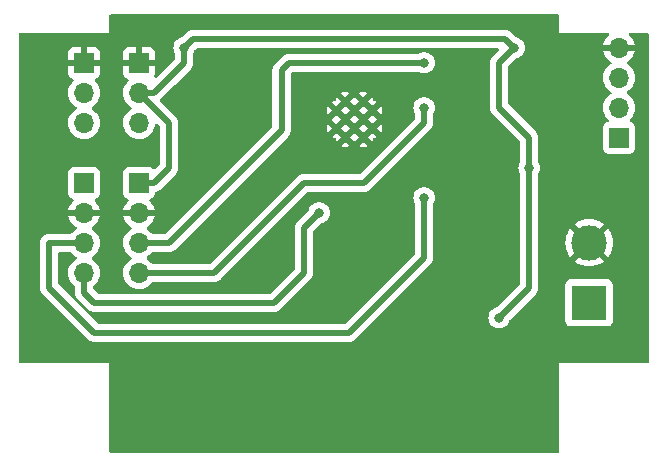
<source format=gbr>
%TF.GenerationSoftware,KiCad,Pcbnew,7.0.9*%
%TF.CreationDate,2024-03-19T08:45:44+01:00*%
%TF.ProjectId,soil_moister_air,736f696c-5f6d-46f6-9973-7465725f6169,rev?*%
%TF.SameCoordinates,Original*%
%TF.FileFunction,Copper,L2,Bot*%
%TF.FilePolarity,Positive*%
%FSLAX46Y46*%
G04 Gerber Fmt 4.6, Leading zero omitted, Abs format (unit mm)*
G04 Created by KiCad (PCBNEW 7.0.9) date 2024-03-19 08:45:44*
%MOMM*%
%LPD*%
G01*
G04 APERTURE LIST*
%TA.AperFunction,ComponentPad*%
%ADD10R,1.700000X1.700000*%
%TD*%
%TA.AperFunction,ComponentPad*%
%ADD11O,1.700000X1.700000*%
%TD*%
%TA.AperFunction,ComponentPad*%
%ADD12R,3.000000X3.000000*%
%TD*%
%TA.AperFunction,ComponentPad*%
%ADD13C,3.000000*%
%TD*%
%TA.AperFunction,HeatsinkPad*%
%ADD14C,0.600000*%
%TD*%
%TA.AperFunction,ViaPad*%
%ADD15C,0.800000*%
%TD*%
%TA.AperFunction,Conductor*%
%ADD16C,0.533400*%
%TD*%
G04 APERTURE END LIST*
D10*
%TO.P,J4,1,Pin_1*%
%TO.N,GND*%
X123190000Y-87645000D03*
D11*
%TO.P,J4,2,Pin_2*%
%TO.N,+3V3*%
X123190000Y-90185000D03*
%TO.P,J4,3,Pin_3*%
%TO.N,GPIO34*%
X123190000Y-92725000D03*
%TD*%
D12*
%TO.P,J5,1,Pin_1*%
%TO.N,+5V*%
X161290000Y-107950000D03*
D13*
%TO.P,J5,2,Pin_2*%
%TO.N,GND*%
X161290000Y-102870000D03*
%TD*%
D14*
%TO.P,U1,39,GND*%
%TO.N,GND*%
X139895000Y-91667500D03*
X139895000Y-93192500D03*
X140657500Y-90905000D03*
X140657500Y-92430000D03*
X140657500Y-93955000D03*
X141420000Y-91667500D03*
X141420000Y-93192500D03*
X142182500Y-90905000D03*
X142182500Y-92430000D03*
X142182500Y-93955000D03*
X142945000Y-91667500D03*
X142945000Y-93192500D03*
%TD*%
D10*
%TO.P,J1,1,Pin_1*%
%TO.N,+3V3*%
X118540000Y-97800000D03*
D11*
%TO.P,J1,2,Pin_2*%
%TO.N,GND*%
X118540000Y-100340000D03*
%TO.P,J1,3,Pin_3*%
%TO.N,SCL2*%
X118540000Y-102880000D03*
%TO.P,J1,4,Pin_4*%
%TO.N,SDA2*%
X118540000Y-105420000D03*
%TD*%
D10*
%TO.P,J2,1,Pin_1*%
%TO.N,+3V3*%
X123190000Y-97800000D03*
D11*
%TO.P,J2,2,Pin_2*%
%TO.N,GND*%
X123190000Y-100340000D03*
%TO.P,J2,3,Pin_3*%
%TO.N,SCL1*%
X123190000Y-102880000D03*
%TO.P,J2,4,Pin_4*%
%TO.N,SDA1*%
X123190000Y-105420000D03*
%TD*%
D10*
%TO.P,J6,1,Pin_1*%
%TO.N,+3V3*%
X163830000Y-93980000D03*
D11*
%TO.P,J6,2,Pin_2*%
%TO.N,RX0*%
X163830000Y-91440000D03*
%TO.P,J6,3,Pin_3*%
%TO.N,TX0*%
X163830000Y-88900000D03*
%TO.P,J6,4,Pin_4*%
%TO.N,GND*%
X163830000Y-86360000D03*
%TD*%
D10*
%TO.P,J3,1,Pin_1*%
%TO.N,GND*%
X118540000Y-87645000D03*
D11*
%TO.P,J3,2,Pin_2*%
%TO.N,+3V3*%
X118540000Y-90185000D03*
%TO.P,J3,3,Pin_3*%
%TO.N,GPIO32*%
X118540000Y-92725000D03*
%TD*%
D15*
%TO.N,GND*%
X149860000Y-113030000D03*
X125730000Y-85090000D03*
X130810000Y-118110000D03*
X161290000Y-111760000D03*
X157480000Y-118110000D03*
%TO.N,+3V3*%
X153670000Y-109220000D03*
X127000000Y-86360000D03*
X154940000Y-86360000D03*
X156210000Y-96520000D03*
%TO.N,SCL2*%
X147320000Y-99060000D03*
%TO.N,SDA2*%
X138430000Y-100330000D03*
%TO.N,GND*%
X142240000Y-100330000D03*
X123190000Y-115570000D03*
X137160000Y-95250000D03*
X120650000Y-92710000D03*
X137160000Y-90170000D03*
X160020000Y-99060000D03*
X140970000Y-113030000D03*
X115570000Y-95250000D03*
X144780000Y-90170000D03*
X138430000Y-116840000D03*
X152400000Y-99060000D03*
X157480000Y-85090000D03*
X116840000Y-111760000D03*
X158750000Y-93980000D03*
X129540000Y-102870000D03*
X153670000Y-93980000D03*
X152400000Y-104140000D03*
X148590000Y-95250000D03*
X144780000Y-99060000D03*
X158750000Y-90170000D03*
%TO.N,SCL1*%
X147320000Y-87630000D03*
%TO.N,SDA1*%
X147320000Y-91440000D03*
%TD*%
D16*
%TO.N,+3V3*%
X124445000Y-90185000D02*
X123190000Y-90185000D01*
X124450000Y-97800000D02*
X123190000Y-97800000D01*
X127000000Y-87630000D02*
X124445000Y-90185000D01*
X153670000Y-91440000D02*
X153670000Y-87630000D01*
X127725000Y-85635000D02*
X154215000Y-85635000D01*
X127000000Y-86360000D02*
X127000000Y-87630000D01*
X153670000Y-87630000D02*
X154940000Y-86360000D01*
X125730000Y-96520000D02*
X125730000Y-92725000D01*
X127000000Y-86360000D02*
X127725000Y-85635000D01*
X125730000Y-92725000D02*
X123190000Y-90185000D01*
X125730000Y-96520000D02*
X124450000Y-97800000D01*
X154215000Y-85635000D02*
X154940000Y-86360000D01*
X153670000Y-109220000D02*
X156210000Y-106680000D01*
X156210000Y-93980000D02*
X153670000Y-91440000D01*
X156210000Y-96520000D02*
X156210000Y-93980000D01*
X156210000Y-106680000D02*
X156210000Y-96520000D01*
%TO.N,SCL2*%
X115570000Y-106680000D02*
X119380000Y-110490000D01*
X115570000Y-102870000D02*
X115570000Y-106680000D01*
X147320000Y-104140000D02*
X147320000Y-99060000D01*
X115580000Y-102880000D02*
X115570000Y-102870000D01*
X118540000Y-102880000D02*
X115580000Y-102880000D01*
X119380000Y-110490000D02*
X140970000Y-110490000D01*
X140970000Y-110490000D02*
X147320000Y-104140000D01*
%TO.N,SDA2*%
X119380000Y-107950000D02*
X134620000Y-107950000D01*
X134620000Y-107950000D02*
X137160000Y-105410000D01*
X118540000Y-105420000D02*
X118540000Y-107110000D01*
X137160000Y-101600000D02*
X138430000Y-100330000D01*
X137160000Y-105410000D02*
X137160000Y-101600000D01*
X118540000Y-107110000D02*
X119380000Y-107950000D01*
%TO.N,SCL1*%
X135255000Y-88265000D02*
X135255000Y-93345000D01*
X123190000Y-102880000D02*
X125720000Y-102880000D01*
X147320000Y-87630000D02*
X135890000Y-87630000D01*
X125720000Y-102880000D02*
X135255000Y-93345000D01*
X135890000Y-87630000D02*
X135255000Y-88265000D01*
%TO.N,SDA1*%
X129530000Y-105420000D02*
X137160000Y-97790000D01*
X147320000Y-92710000D02*
X147320000Y-91440000D01*
X123190000Y-105420000D02*
X129530000Y-105420000D01*
X137160000Y-97790000D02*
X142240000Y-97790000D01*
X142240000Y-97790000D02*
X147320000Y-92710000D01*
%TD*%
%TA.AperFunction,Conductor*%
%TO.N,GND*%
G36*
X158693039Y-83559685D02*
G01*
X158738794Y-83612489D01*
X158750000Y-83664000D01*
X158750000Y-85090000D01*
X162896817Y-85090000D01*
X162963856Y-85109685D01*
X163009611Y-85162489D01*
X163019555Y-85231647D01*
X162990530Y-85295203D01*
X162967941Y-85315574D01*
X162958929Y-85321884D01*
X162958920Y-85321891D01*
X162791891Y-85488920D01*
X162791886Y-85488926D01*
X162656400Y-85682420D01*
X162656399Y-85682422D01*
X162556570Y-85896507D01*
X162556567Y-85896513D01*
X162499364Y-86109999D01*
X162499364Y-86110000D01*
X163396314Y-86110000D01*
X163370507Y-86150156D01*
X163330000Y-86288111D01*
X163330000Y-86431889D01*
X163370507Y-86569844D01*
X163396314Y-86610000D01*
X162499364Y-86610000D01*
X162556567Y-86823486D01*
X162556570Y-86823492D01*
X162656399Y-87037578D01*
X162791894Y-87231082D01*
X162958917Y-87398105D01*
X163144595Y-87528119D01*
X163188219Y-87582696D01*
X163195412Y-87652195D01*
X163163890Y-87714549D01*
X163144595Y-87731269D01*
X162958594Y-87861508D01*
X162791505Y-88028597D01*
X162655965Y-88222169D01*
X162655964Y-88222171D01*
X162556098Y-88436335D01*
X162556094Y-88436344D01*
X162494938Y-88664586D01*
X162494936Y-88664596D01*
X162474341Y-88899999D01*
X162474341Y-88900000D01*
X162494936Y-89135403D01*
X162494938Y-89135413D01*
X162556094Y-89363655D01*
X162556096Y-89363659D01*
X162556097Y-89363663D01*
X162623015Y-89507169D01*
X162655965Y-89577830D01*
X162655967Y-89577834D01*
X162791501Y-89771395D01*
X162791506Y-89771402D01*
X162958597Y-89938493D01*
X162958603Y-89938498D01*
X163144158Y-90068425D01*
X163187783Y-90123002D01*
X163194977Y-90192500D01*
X163163454Y-90254855D01*
X163144158Y-90271575D01*
X162958597Y-90401505D01*
X162791505Y-90568597D01*
X162655965Y-90762169D01*
X162655964Y-90762171D01*
X162556098Y-90976335D01*
X162556094Y-90976344D01*
X162494938Y-91204586D01*
X162494936Y-91204596D01*
X162474341Y-91439999D01*
X162474341Y-91440000D01*
X162494936Y-91675403D01*
X162494938Y-91675413D01*
X162556094Y-91903655D01*
X162556096Y-91903659D01*
X162556097Y-91903663D01*
X162608853Y-92016798D01*
X162655965Y-92117830D01*
X162655967Y-92117834D01*
X162744054Y-92243634D01*
X162791501Y-92311396D01*
X162791506Y-92311402D01*
X162913430Y-92433326D01*
X162946915Y-92494649D01*
X162941931Y-92564341D01*
X162900059Y-92620274D01*
X162869083Y-92637189D01*
X162737669Y-92686203D01*
X162737664Y-92686206D01*
X162622455Y-92772452D01*
X162622452Y-92772455D01*
X162536206Y-92887664D01*
X162536202Y-92887671D01*
X162485908Y-93022517D01*
X162479863Y-93078752D01*
X162479501Y-93082123D01*
X162479500Y-93082135D01*
X162479500Y-94877870D01*
X162479501Y-94877876D01*
X162485908Y-94937483D01*
X162536202Y-95072328D01*
X162536206Y-95072335D01*
X162622452Y-95187544D01*
X162622455Y-95187547D01*
X162737664Y-95273793D01*
X162737671Y-95273797D01*
X162872517Y-95324091D01*
X162872516Y-95324091D01*
X162879444Y-95324835D01*
X162932127Y-95330500D01*
X164727872Y-95330499D01*
X164787483Y-95324091D01*
X164922331Y-95273796D01*
X165037546Y-95187546D01*
X165123796Y-95072331D01*
X165174091Y-94937483D01*
X165180500Y-94877873D01*
X165180499Y-93082128D01*
X165174091Y-93022517D01*
X165168104Y-93006466D01*
X165123797Y-92887671D01*
X165123793Y-92887664D01*
X165037547Y-92772455D01*
X165037544Y-92772452D01*
X164922335Y-92686206D01*
X164922328Y-92686202D01*
X164790917Y-92637189D01*
X164734983Y-92595318D01*
X164710566Y-92529853D01*
X164725418Y-92461580D01*
X164746563Y-92433332D01*
X164868495Y-92311401D01*
X165004035Y-92117830D01*
X165103903Y-91903663D01*
X165165063Y-91675408D01*
X165185659Y-91440000D01*
X165182859Y-91408002D01*
X165175002Y-91318196D01*
X165165063Y-91204592D01*
X165118626Y-91031285D01*
X165103905Y-90976344D01*
X165103904Y-90976343D01*
X165103903Y-90976337D01*
X165004035Y-90762171D01*
X164978610Y-90725859D01*
X164868494Y-90568597D01*
X164701402Y-90401506D01*
X164701396Y-90401501D01*
X164515842Y-90271575D01*
X164472217Y-90216998D01*
X164465023Y-90147500D01*
X164496546Y-90085145D01*
X164515842Y-90068425D01*
X164538026Y-90052891D01*
X164701401Y-89938495D01*
X164868495Y-89771401D01*
X165004035Y-89577830D01*
X165103903Y-89363663D01*
X165165063Y-89135408D01*
X165185659Y-88900000D01*
X165165063Y-88664592D01*
X165103903Y-88436337D01*
X165004035Y-88222171D01*
X164973497Y-88178557D01*
X164868494Y-88028597D01*
X164701402Y-87861506D01*
X164701401Y-87861505D01*
X164515405Y-87731269D01*
X164471781Y-87676692D01*
X164464588Y-87607193D01*
X164496110Y-87544839D01*
X164515405Y-87528119D01*
X164701082Y-87398105D01*
X164868105Y-87231082D01*
X165003600Y-87037578D01*
X165103429Y-86823492D01*
X165103432Y-86823486D01*
X165160636Y-86610000D01*
X164263686Y-86610000D01*
X164289493Y-86569844D01*
X164330000Y-86431889D01*
X164330000Y-86288111D01*
X164289493Y-86150156D01*
X164263686Y-86110000D01*
X165160636Y-86110000D01*
X165160635Y-86109999D01*
X165103432Y-85896513D01*
X165103429Y-85896507D01*
X165003600Y-85682422D01*
X165003599Y-85682420D01*
X164868113Y-85488926D01*
X164868108Y-85488920D01*
X164701079Y-85321891D01*
X164692056Y-85315573D01*
X164648433Y-85260996D01*
X164641241Y-85191497D01*
X164672765Y-85129143D01*
X164732995Y-85093730D01*
X164763182Y-85090000D01*
X166245500Y-85090000D01*
X166312539Y-85109685D01*
X166358294Y-85162489D01*
X166369500Y-85214000D01*
X166369500Y-112906000D01*
X166349815Y-112973039D01*
X166297011Y-113018794D01*
X166245500Y-113030000D01*
X158750000Y-113030000D01*
X158750000Y-120525500D01*
X158730315Y-120592539D01*
X158677511Y-120638294D01*
X158626000Y-120649500D01*
X120774000Y-120649500D01*
X120706961Y-120629815D01*
X120661206Y-120577011D01*
X120650000Y-120525500D01*
X120650000Y-113030000D01*
X113154500Y-113030000D01*
X113087461Y-113010315D01*
X113041706Y-112957511D01*
X113030500Y-112906000D01*
X113030500Y-106766449D01*
X114802800Y-106766449D01*
X114811671Y-106805314D01*
X114812837Y-106812173D01*
X114817300Y-106851792D01*
X114817302Y-106851798D01*
X114830471Y-106889436D01*
X114832394Y-106896112D01*
X114841267Y-106934984D01*
X114841268Y-106934988D01*
X114841270Y-106934994D01*
X114858567Y-106970911D01*
X114861229Y-106977339D01*
X114874400Y-107014979D01*
X114895621Y-107048753D01*
X114898985Y-107054841D01*
X114916283Y-107090758D01*
X114916283Y-107090759D01*
X114941137Y-107121924D01*
X114945163Y-107127598D01*
X114966383Y-107161368D01*
X118898632Y-111093617D01*
X118932395Y-111114832D01*
X118938066Y-111118856D01*
X118969242Y-111143718D01*
X119005169Y-111161019D01*
X119011255Y-111164383D01*
X119045011Y-111185594D01*
X119045014Y-111185595D01*
X119045018Y-111185598D01*
X119082658Y-111198768D01*
X119089078Y-111201427D01*
X119125006Y-111218730D01*
X119163883Y-111227603D01*
X119170554Y-111229524D01*
X119208202Y-111242698D01*
X119246808Y-111247047D01*
X119247826Y-111247162D01*
X119254687Y-111248327D01*
X119293557Y-111257200D01*
X141056439Y-111257200D01*
X141056443Y-111257200D01*
X141095318Y-111248326D01*
X141102170Y-111247162D01*
X141141798Y-111242698D01*
X141179454Y-111229521D01*
X141186090Y-111227609D01*
X141218853Y-111220131D01*
X141224991Y-111218731D01*
X141224991Y-111218730D01*
X141224994Y-111218730D01*
X141260933Y-111201421D01*
X141267317Y-111198776D01*
X141304982Y-111185598D01*
X141338754Y-111164376D01*
X141344830Y-111161018D01*
X141380758Y-111143717D01*
X141411947Y-111118843D01*
X141417594Y-111114837D01*
X141451368Y-111093617D01*
X141573617Y-110971368D01*
X147892961Y-104652024D01*
X147923617Y-104621368D01*
X147944837Y-104587594D01*
X147948843Y-104581947D01*
X147973717Y-104550758D01*
X147991018Y-104514830D01*
X147994378Y-104508752D01*
X148015598Y-104474982D01*
X148028776Y-104437317D01*
X148031421Y-104430933D01*
X148048730Y-104394994D01*
X148057609Y-104356090D01*
X148059521Y-104349454D01*
X148072698Y-104311798D01*
X148077162Y-104272170D01*
X148078326Y-104265318D01*
X148087200Y-104226443D01*
X148087200Y-104053557D01*
X148087200Y-99565395D01*
X148103813Y-99503395D01*
X148123714Y-99468926D01*
X148147179Y-99428284D01*
X148205674Y-99248256D01*
X148225460Y-99060000D01*
X148205674Y-98871744D01*
X148147179Y-98691716D01*
X148052533Y-98527784D01*
X147925871Y-98387112D01*
X147925870Y-98387111D01*
X147772734Y-98275851D01*
X147772729Y-98275848D01*
X147599807Y-98198857D01*
X147599802Y-98198855D01*
X147454001Y-98167865D01*
X147414646Y-98159500D01*
X147225354Y-98159500D01*
X147192897Y-98166398D01*
X147040197Y-98198855D01*
X147040192Y-98198857D01*
X146867270Y-98275848D01*
X146867265Y-98275851D01*
X146714129Y-98387111D01*
X146587466Y-98527785D01*
X146492821Y-98691715D01*
X146492818Y-98691722D01*
X146434327Y-98871740D01*
X146434326Y-98871744D01*
X146414540Y-99060000D01*
X146434326Y-99248256D01*
X146434327Y-99248259D01*
X146492818Y-99428277D01*
X146492821Y-99428284D01*
X146516282Y-99468920D01*
X146536187Y-99503395D01*
X146552800Y-99565395D01*
X146552800Y-103770853D01*
X146533115Y-103837892D01*
X146516481Y-103858534D01*
X140688534Y-109686481D01*
X140627211Y-109719966D01*
X140600853Y-109722800D01*
X119749147Y-109722800D01*
X119682108Y-109703115D01*
X119661466Y-109686481D01*
X116373519Y-106398534D01*
X116340034Y-106337211D01*
X116337200Y-106310853D01*
X116337200Y-103771200D01*
X116356885Y-103704161D01*
X116409689Y-103658406D01*
X116461200Y-103647200D01*
X117363993Y-103647200D01*
X117431032Y-103666885D01*
X117465567Y-103700076D01*
X117496279Y-103743938D01*
X117501507Y-103751404D01*
X117668597Y-103918493D01*
X117668603Y-103918498D01*
X117854158Y-104048425D01*
X117897783Y-104103002D01*
X117904977Y-104172500D01*
X117873454Y-104234855D01*
X117854158Y-104251575D01*
X117668597Y-104381505D01*
X117501505Y-104548597D01*
X117365965Y-104742169D01*
X117365964Y-104742171D01*
X117266098Y-104956335D01*
X117266094Y-104956344D01*
X117204938Y-105184586D01*
X117204936Y-105184596D01*
X117184341Y-105419999D01*
X117184341Y-105420000D01*
X117204936Y-105655403D01*
X117204938Y-105655413D01*
X117266094Y-105883655D01*
X117266096Y-105883659D01*
X117266097Y-105883663D01*
X117299786Y-105955909D01*
X117365965Y-106097830D01*
X117365967Y-106097834D01*
X117501501Y-106291395D01*
X117501506Y-106291402D01*
X117668595Y-106458492D01*
X117668598Y-106458494D01*
X117668599Y-106458495D01*
X117719923Y-106494432D01*
X117763548Y-106549008D01*
X117772800Y-106596007D01*
X117772800Y-107196449D01*
X117781671Y-107235314D01*
X117782837Y-107242173D01*
X117787300Y-107281792D01*
X117787302Y-107281798D01*
X117800471Y-107319436D01*
X117802394Y-107326112D01*
X117811267Y-107364984D01*
X117811268Y-107364988D01*
X117811270Y-107364994D01*
X117828567Y-107400911D01*
X117831229Y-107407339D01*
X117844400Y-107444979D01*
X117865621Y-107478753D01*
X117868985Y-107484841D01*
X117886283Y-107520758D01*
X117886283Y-107520759D01*
X117911137Y-107551924D01*
X117915163Y-107557598D01*
X117936383Y-107591368D01*
X118898631Y-108553616D01*
X118898634Y-108553618D01*
X118932388Y-108574827D01*
X118938058Y-108578849D01*
X118949295Y-108587811D01*
X118969236Y-108603714D01*
X118969239Y-108603715D01*
X118969241Y-108603717D01*
X119005180Y-108621024D01*
X119011231Y-108624368D01*
X119045018Y-108645598D01*
X119082642Y-108658763D01*
X119082654Y-108658767D01*
X119089074Y-108661426D01*
X119125006Y-108678730D01*
X119125007Y-108678730D01*
X119125009Y-108678731D01*
X119132623Y-108680468D01*
X119163895Y-108687606D01*
X119170554Y-108689524D01*
X119208202Y-108702698D01*
X119246664Y-108707031D01*
X119247826Y-108707162D01*
X119254687Y-108708327D01*
X119293557Y-108717200D01*
X134706439Y-108717200D01*
X134706443Y-108717200D01*
X134745318Y-108708326D01*
X134752170Y-108707162D01*
X134791798Y-108702698D01*
X134829454Y-108689521D01*
X134836090Y-108687609D01*
X134868853Y-108680131D01*
X134874991Y-108678731D01*
X134874991Y-108678730D01*
X134874994Y-108678730D01*
X134910933Y-108661421D01*
X134917317Y-108658776D01*
X134954982Y-108645598D01*
X134988754Y-108624376D01*
X134994830Y-108621018D01*
X135030758Y-108603717D01*
X135061947Y-108578843D01*
X135067594Y-108574837D01*
X135101368Y-108553617D01*
X135223617Y-108431368D01*
X137732961Y-105922024D01*
X137763617Y-105891368D01*
X137784835Y-105857597D01*
X137788853Y-105851935D01*
X137813717Y-105820759D01*
X137831019Y-105784827D01*
X137834377Y-105778753D01*
X137855598Y-105744982D01*
X137868770Y-105707335D01*
X137871424Y-105700928D01*
X137888730Y-105664994D01*
X137897609Y-105626090D01*
X137899521Y-105619454D01*
X137912698Y-105581798D01*
X137917162Y-105542170D01*
X137918326Y-105535318D01*
X137927200Y-105496443D01*
X137927200Y-105323557D01*
X137927200Y-101969146D01*
X137946885Y-101902107D01*
X137963515Y-101881469D01*
X138612763Y-101232220D01*
X138674084Y-101198737D01*
X138674436Y-101198660D01*
X138709803Y-101191144D01*
X138709807Y-101191142D01*
X138709808Y-101191142D01*
X138768058Y-101165206D01*
X138882730Y-101114151D01*
X139035871Y-101002888D01*
X139162533Y-100862216D01*
X139257179Y-100698284D01*
X139315674Y-100518256D01*
X139335460Y-100330000D01*
X139315674Y-100141744D01*
X139257179Y-99961716D01*
X139162533Y-99797784D01*
X139035871Y-99657112D01*
X139035870Y-99657111D01*
X138882734Y-99545851D01*
X138882729Y-99545848D01*
X138709807Y-99468857D01*
X138709802Y-99468855D01*
X138564001Y-99437865D01*
X138524646Y-99429500D01*
X138335354Y-99429500D01*
X138302897Y-99436398D01*
X138150197Y-99468855D01*
X138150192Y-99468857D01*
X137977270Y-99545848D01*
X137977265Y-99545851D01*
X137824129Y-99657111D01*
X137697466Y-99797785D01*
X137602821Y-99961715D01*
X137602819Y-99961719D01*
X137558845Y-100097057D01*
X137528595Y-100146419D01*
X136678632Y-100996383D01*
X136556385Y-101118629D01*
X136556382Y-101118633D01*
X136535166Y-101152397D01*
X136531141Y-101158070D01*
X136506281Y-101189244D01*
X136488982Y-101225163D01*
X136485619Y-101231250D01*
X136464401Y-101265018D01*
X136451229Y-101302659D01*
X136448568Y-101309084D01*
X136431271Y-101345004D01*
X136431269Y-101345008D01*
X136422398Y-101383875D01*
X136420473Y-101390557D01*
X136407301Y-101428202D01*
X136407301Y-101428203D01*
X136402837Y-101467828D01*
X136401671Y-101474687D01*
X136392800Y-101513551D01*
X136392800Y-105040853D01*
X136373115Y-105107892D01*
X136356481Y-105128534D01*
X134338534Y-107146481D01*
X134277211Y-107179966D01*
X134250853Y-107182800D01*
X119749147Y-107182800D01*
X119682108Y-107163115D01*
X119661466Y-107146481D01*
X119343519Y-106828534D01*
X119310034Y-106767211D01*
X119307200Y-106740853D01*
X119307200Y-106596007D01*
X119326885Y-106528968D01*
X119360076Y-106494432D01*
X119411401Y-106458495D01*
X119578495Y-106291401D01*
X119714035Y-106097830D01*
X119813903Y-105883663D01*
X119875063Y-105655408D01*
X119895659Y-105420000D01*
X121834341Y-105420000D01*
X121854936Y-105655403D01*
X121854938Y-105655413D01*
X121916094Y-105883655D01*
X121916096Y-105883659D01*
X121916097Y-105883663D01*
X121949786Y-105955909D01*
X122015965Y-106097830D01*
X122015967Y-106097834D01*
X122115568Y-106240078D01*
X122151505Y-106291401D01*
X122318599Y-106458495D01*
X122369921Y-106494431D01*
X122512165Y-106594032D01*
X122512167Y-106594033D01*
X122512170Y-106594035D01*
X122726337Y-106693903D01*
X122954592Y-106755063D01*
X123142918Y-106771539D01*
X123189999Y-106775659D01*
X123190000Y-106775659D01*
X123190001Y-106775659D01*
X123229234Y-106772226D01*
X123425408Y-106755063D01*
X123653663Y-106693903D01*
X123867830Y-106594035D01*
X124061401Y-106458495D01*
X124228495Y-106291401D01*
X124264432Y-106240076D01*
X124319008Y-106196452D01*
X124366007Y-106187200D01*
X129616439Y-106187200D01*
X129616443Y-106187200D01*
X129655318Y-106178326D01*
X129662170Y-106177162D01*
X129701798Y-106172698D01*
X129739454Y-106159521D01*
X129746090Y-106157609D01*
X129778853Y-106150131D01*
X129784991Y-106148731D01*
X129784991Y-106148730D01*
X129784994Y-106148730D01*
X129820933Y-106131421D01*
X129827317Y-106128776D01*
X129864982Y-106115598D01*
X129898754Y-106094376D01*
X129904830Y-106091018D01*
X129940758Y-106073717D01*
X129971947Y-106048843D01*
X129977594Y-106044837D01*
X130011368Y-106023617D01*
X130133617Y-105901368D01*
X137441466Y-98593519D01*
X137502789Y-98560034D01*
X137529147Y-98557200D01*
X142326439Y-98557200D01*
X142326443Y-98557200D01*
X142365318Y-98548326D01*
X142372170Y-98547162D01*
X142411798Y-98542698D01*
X142449454Y-98529521D01*
X142456090Y-98527609D01*
X142488853Y-98520131D01*
X142494991Y-98518731D01*
X142494991Y-98518730D01*
X142494994Y-98518730D01*
X142530933Y-98501421D01*
X142537317Y-98498776D01*
X142574982Y-98485598D01*
X142608754Y-98464376D01*
X142614830Y-98461018D01*
X142650758Y-98443717D01*
X142681947Y-98418843D01*
X142687594Y-98414837D01*
X142721368Y-98393617D01*
X142843617Y-98271368D01*
X147892961Y-93222024D01*
X147923617Y-93191368D01*
X147944837Y-93157594D01*
X147948843Y-93151947D01*
X147973717Y-93120758D01*
X147991018Y-93084830D01*
X147994378Y-93078752D01*
X148015598Y-93044982D01*
X148028776Y-93007317D01*
X148031421Y-93000933D01*
X148048730Y-92964994D01*
X148057609Y-92926090D01*
X148059521Y-92919454D01*
X148072698Y-92881798D01*
X148077162Y-92842170D01*
X148078326Y-92835318D01*
X148087200Y-92796443D01*
X148087200Y-92623557D01*
X148087200Y-91945395D01*
X148103813Y-91883395D01*
X148147179Y-91808284D01*
X148205674Y-91628256D01*
X148225460Y-91440000D01*
X148205674Y-91251744D01*
X148147179Y-91071716D01*
X148052533Y-90907784D01*
X147925871Y-90767112D01*
X147925870Y-90767111D01*
X147772734Y-90655851D01*
X147772729Y-90655848D01*
X147599807Y-90578857D01*
X147599802Y-90578855D01*
X147454001Y-90547865D01*
X147414646Y-90539500D01*
X147225354Y-90539500D01*
X147197168Y-90545491D01*
X147040197Y-90578855D01*
X147040192Y-90578857D01*
X146867270Y-90655848D01*
X146867265Y-90655851D01*
X146714129Y-90767111D01*
X146587466Y-90907785D01*
X146492821Y-91071715D01*
X146492818Y-91071722D01*
X146434327Y-91251740D01*
X146434326Y-91251744D01*
X146414540Y-91440000D01*
X146434326Y-91628256D01*
X146434327Y-91628259D01*
X146492818Y-91808277D01*
X146492821Y-91808284D01*
X146535337Y-91881924D01*
X146536187Y-91883395D01*
X146552800Y-91945395D01*
X146552800Y-92340853D01*
X146533115Y-92407892D01*
X146516481Y-92428534D01*
X141958534Y-96986481D01*
X141897211Y-97019966D01*
X141870853Y-97022800D01*
X137073551Y-97022800D01*
X137034687Y-97031671D01*
X137027830Y-97032836D01*
X137023051Y-97033375D01*
X136988203Y-97037301D01*
X136988202Y-97037301D01*
X136950557Y-97050473D01*
X136943882Y-97052395D01*
X136905006Y-97061270D01*
X136905002Y-97061271D01*
X136869079Y-97078569D01*
X136862655Y-97081231D01*
X136825022Y-97094400D01*
X136825011Y-97094405D01*
X136791245Y-97115621D01*
X136785158Y-97118985D01*
X136749240Y-97136283D01*
X136749239Y-97136283D01*
X136718063Y-97161146D01*
X136712390Y-97165171D01*
X136678630Y-97186384D01*
X136678629Y-97186385D01*
X129248534Y-104616481D01*
X129187211Y-104649966D01*
X129160853Y-104652800D01*
X124366007Y-104652800D01*
X124298968Y-104633115D01*
X124264432Y-104599923D01*
X124228495Y-104548599D01*
X124228493Y-104548597D01*
X124228492Y-104548595D01*
X124061402Y-104381506D01*
X124061396Y-104381501D01*
X123875842Y-104251575D01*
X123832217Y-104196998D01*
X123825023Y-104127500D01*
X123856546Y-104065145D01*
X123875842Y-104048425D01*
X123898026Y-104032891D01*
X124061401Y-103918495D01*
X124228495Y-103751401D01*
X124264432Y-103700076D01*
X124319008Y-103656452D01*
X124366007Y-103647200D01*
X125806439Y-103647200D01*
X125806443Y-103647200D01*
X125845318Y-103638326D01*
X125852170Y-103637162D01*
X125891798Y-103632698D01*
X125929454Y-103619521D01*
X125936090Y-103617609D01*
X125968853Y-103610131D01*
X125974991Y-103608731D01*
X125974991Y-103608730D01*
X125974994Y-103608730D01*
X126010933Y-103591421D01*
X126017317Y-103588776D01*
X126054982Y-103575598D01*
X126088754Y-103554376D01*
X126094830Y-103551018D01*
X126130758Y-103533717D01*
X126161947Y-103508843D01*
X126167594Y-103504837D01*
X126201368Y-103483617D01*
X126323617Y-103361368D01*
X135013325Y-94671660D01*
X140294391Y-94671660D01*
X140308197Y-94680335D01*
X140308201Y-94680337D01*
X140478358Y-94739877D01*
X140478361Y-94739878D01*
X140657497Y-94760062D01*
X140657503Y-94760062D01*
X140836638Y-94739878D01*
X141006807Y-94680333D01*
X141020607Y-94671661D01*
X141020607Y-94671660D01*
X141819391Y-94671660D01*
X141833197Y-94680335D01*
X141833201Y-94680337D01*
X142003358Y-94739877D01*
X142003361Y-94739878D01*
X142182497Y-94760062D01*
X142182503Y-94760062D01*
X142361638Y-94739878D01*
X142531807Y-94680333D01*
X142545607Y-94671661D01*
X142545607Y-94671660D01*
X142182501Y-94308553D01*
X142182500Y-94308553D01*
X141819391Y-94671660D01*
X141020607Y-94671660D01*
X140657501Y-94308553D01*
X140657500Y-94308553D01*
X140294391Y-94671660D01*
X135013325Y-94671660D01*
X135775825Y-93909160D01*
X139531891Y-93909160D01*
X139545697Y-93917835D01*
X139545701Y-93917837D01*
X139715859Y-93977377D01*
X139758482Y-93982180D01*
X139822896Y-94009246D01*
X139862451Y-94066840D01*
X139867819Y-94091515D01*
X139872621Y-94134138D01*
X139872622Y-94134141D01*
X139932162Y-94304298D01*
X139932167Y-94304308D01*
X139940838Y-94318108D01*
X140303947Y-93955000D01*
X140502209Y-93955000D01*
X140523014Y-94032645D01*
X140579855Y-94089486D01*
X140637754Y-94105000D01*
X140677246Y-94105000D01*
X140735145Y-94089486D01*
X140791986Y-94032646D01*
X140812791Y-93955000D01*
X141011053Y-93955000D01*
X141374160Y-94318107D01*
X141406121Y-94314507D01*
X141433887Y-94314508D01*
X141465838Y-94318108D01*
X141828947Y-93955000D01*
X142027209Y-93955000D01*
X142048014Y-94032645D01*
X142104855Y-94089486D01*
X142162754Y-94105000D01*
X142202246Y-94105000D01*
X142260145Y-94089486D01*
X142316986Y-94032646D01*
X142337791Y-93955000D01*
X142536053Y-93955000D01*
X142899160Y-94318107D01*
X142899161Y-94318107D01*
X142907833Y-94304307D01*
X142967378Y-94134138D01*
X142972180Y-94091518D01*
X142999246Y-94027103D01*
X143056840Y-93987548D01*
X143081518Y-93982180D01*
X143124138Y-93977378D01*
X143294307Y-93917833D01*
X143308107Y-93909161D01*
X143308107Y-93909160D01*
X142945000Y-93546053D01*
X142536053Y-93955000D01*
X142337791Y-93955000D01*
X142316986Y-93877355D01*
X142260145Y-93820514D01*
X142202246Y-93805000D01*
X142162754Y-93805000D01*
X142104855Y-93820514D01*
X142048014Y-93877354D01*
X142027209Y-93955000D01*
X141828947Y-93955000D01*
X141420000Y-93546053D01*
X141011053Y-93955000D01*
X140812791Y-93955000D01*
X140791986Y-93877355D01*
X140735145Y-93820514D01*
X140677246Y-93805000D01*
X140637754Y-93805000D01*
X140579855Y-93820514D01*
X140523014Y-93877354D01*
X140502209Y-93955000D01*
X140303947Y-93955000D01*
X140303947Y-93954999D01*
X139895001Y-93546053D01*
X139895000Y-93546053D01*
X139531891Y-93909160D01*
X135775825Y-93909160D01*
X135827961Y-93857024D01*
X135858617Y-93826368D01*
X135879835Y-93792597D01*
X135883853Y-93786935D01*
X135908717Y-93755759D01*
X135926019Y-93719827D01*
X135929377Y-93713753D01*
X135950598Y-93679982D01*
X135963770Y-93642335D01*
X135966424Y-93635928D01*
X135983730Y-93599994D01*
X135992609Y-93561090D01*
X135994521Y-93554454D01*
X136007698Y-93516798D01*
X136012162Y-93477170D01*
X136013326Y-93470318D01*
X136022200Y-93431443D01*
X136022200Y-93258557D01*
X136022200Y-93192502D01*
X139089938Y-93192502D01*
X139110121Y-93371638D01*
X139110122Y-93371641D01*
X139169662Y-93541798D01*
X139169667Y-93541808D01*
X139178338Y-93555608D01*
X139541447Y-93192500D01*
X139739709Y-93192500D01*
X139760514Y-93270145D01*
X139817355Y-93326986D01*
X139875254Y-93342500D01*
X139914746Y-93342500D01*
X139972645Y-93326986D01*
X140029486Y-93270146D01*
X140050291Y-93192500D01*
X140248553Y-93192500D01*
X140657500Y-93601447D01*
X141066447Y-93192500D01*
X141264709Y-93192500D01*
X141285514Y-93270145D01*
X141342355Y-93326986D01*
X141400254Y-93342500D01*
X141439746Y-93342500D01*
X141497645Y-93326986D01*
X141554486Y-93270146D01*
X141575291Y-93192500D01*
X141773553Y-93192500D01*
X142182500Y-93601447D01*
X142591447Y-93192500D01*
X142789709Y-93192500D01*
X142810514Y-93270145D01*
X142867355Y-93326986D01*
X142925254Y-93342500D01*
X142964746Y-93342500D01*
X143022645Y-93326986D01*
X143079486Y-93270146D01*
X143100291Y-93192500D01*
X143298553Y-93192500D01*
X143661660Y-93555607D01*
X143661661Y-93555607D01*
X143670333Y-93541807D01*
X143729878Y-93371638D01*
X143750062Y-93192502D01*
X143750062Y-93192497D01*
X143729878Y-93013361D01*
X143729877Y-93013358D01*
X143670337Y-92843201D01*
X143670335Y-92843197D01*
X143661660Y-92829391D01*
X143298553Y-93192499D01*
X143298553Y-93192500D01*
X143100291Y-93192500D01*
X143079486Y-93114855D01*
X143022645Y-93058014D01*
X142964746Y-93042500D01*
X142925254Y-93042500D01*
X142867355Y-93058014D01*
X142810514Y-93114854D01*
X142789709Y-93192500D01*
X142591447Y-93192500D01*
X142182500Y-92783553D01*
X141773553Y-93192500D01*
X141575291Y-93192500D01*
X141554486Y-93114855D01*
X141497645Y-93058014D01*
X141439746Y-93042500D01*
X141400254Y-93042500D01*
X141342355Y-93058014D01*
X141285514Y-93114854D01*
X141264709Y-93192500D01*
X141066447Y-93192500D01*
X140657500Y-92783553D01*
X140248553Y-93192500D01*
X140050291Y-93192500D01*
X140029486Y-93114855D01*
X139972645Y-93058014D01*
X139914746Y-93042500D01*
X139875254Y-93042500D01*
X139817355Y-93058014D01*
X139760514Y-93114854D01*
X139739709Y-93192500D01*
X139541447Y-93192500D01*
X139541447Y-93192499D01*
X139178338Y-92829390D01*
X139178338Y-92829391D01*
X139169664Y-92843196D01*
X139110122Y-93013358D01*
X139110121Y-93013361D01*
X139089938Y-93192497D01*
X139089938Y-93192502D01*
X136022200Y-93192502D01*
X136022200Y-92475838D01*
X139531890Y-92475838D01*
X139894999Y-92838947D01*
X140303947Y-92430000D01*
X140502209Y-92430000D01*
X140523014Y-92507645D01*
X140579855Y-92564486D01*
X140637754Y-92580000D01*
X140677246Y-92580000D01*
X140735145Y-92564486D01*
X140791986Y-92507646D01*
X140812791Y-92430000D01*
X141011053Y-92430000D01*
X141420000Y-92838947D01*
X141828947Y-92430000D01*
X142027209Y-92430000D01*
X142048014Y-92507645D01*
X142104855Y-92564486D01*
X142162754Y-92580000D01*
X142202246Y-92580000D01*
X142260145Y-92564486D01*
X142316986Y-92507646D01*
X142337791Y-92430000D01*
X142536053Y-92430000D01*
X142945000Y-92838947D01*
X142945001Y-92838947D01*
X143308108Y-92475838D01*
X143304508Y-92443884D01*
X143304507Y-92416119D01*
X143308107Y-92384160D01*
X142945000Y-92021053D01*
X142536053Y-92430000D01*
X142337791Y-92430000D01*
X142316986Y-92352355D01*
X142260145Y-92295514D01*
X142202246Y-92280000D01*
X142162754Y-92280000D01*
X142104855Y-92295514D01*
X142048014Y-92352354D01*
X142027209Y-92430000D01*
X141828947Y-92430000D01*
X141420000Y-92021053D01*
X141011053Y-92430000D01*
X140812791Y-92430000D01*
X140791986Y-92352355D01*
X140735145Y-92295514D01*
X140677246Y-92280000D01*
X140637754Y-92280000D01*
X140579855Y-92295514D01*
X140523014Y-92352354D01*
X140502209Y-92430000D01*
X140303947Y-92430000D01*
X140303947Y-92429999D01*
X139895001Y-92021053D01*
X139895000Y-92021053D01*
X139531890Y-92384161D01*
X139535491Y-92416123D01*
X139535491Y-92443892D01*
X139531890Y-92475838D01*
X136022200Y-92475838D01*
X136022200Y-91667502D01*
X139089938Y-91667502D01*
X139110121Y-91846638D01*
X139110122Y-91846641D01*
X139169662Y-92016798D01*
X139169667Y-92016808D01*
X139178338Y-92030608D01*
X139541447Y-91667500D01*
X139739709Y-91667500D01*
X139760514Y-91745145D01*
X139817355Y-91801986D01*
X139875254Y-91817500D01*
X139914746Y-91817500D01*
X139972645Y-91801986D01*
X140029486Y-91745146D01*
X140050291Y-91667500D01*
X140248553Y-91667500D01*
X140657500Y-92076447D01*
X141066447Y-91667500D01*
X141264709Y-91667500D01*
X141285514Y-91745145D01*
X141342355Y-91801986D01*
X141400254Y-91817500D01*
X141439746Y-91817500D01*
X141497645Y-91801986D01*
X141554486Y-91745146D01*
X141575291Y-91667500D01*
X141773553Y-91667500D01*
X142182500Y-92076447D01*
X142591447Y-91667500D01*
X142789709Y-91667500D01*
X142810514Y-91745145D01*
X142867355Y-91801986D01*
X142925254Y-91817500D01*
X142964746Y-91817500D01*
X143022645Y-91801986D01*
X143079486Y-91745146D01*
X143100291Y-91667500D01*
X143298553Y-91667500D01*
X143661660Y-92030607D01*
X143661661Y-92030607D01*
X143670333Y-92016807D01*
X143729878Y-91846638D01*
X143750062Y-91667502D01*
X143750062Y-91667497D01*
X143729878Y-91488361D01*
X143729877Y-91488358D01*
X143670337Y-91318201D01*
X143670335Y-91318197D01*
X143661660Y-91304391D01*
X143298553Y-91667499D01*
X143298553Y-91667500D01*
X143100291Y-91667500D01*
X143079486Y-91589855D01*
X143022645Y-91533014D01*
X142964746Y-91517500D01*
X142925254Y-91517500D01*
X142867355Y-91533014D01*
X142810514Y-91589854D01*
X142789709Y-91667500D01*
X142591447Y-91667500D01*
X142182500Y-91258553D01*
X141773553Y-91667500D01*
X141575291Y-91667500D01*
X141554486Y-91589855D01*
X141497645Y-91533014D01*
X141439746Y-91517500D01*
X141400254Y-91517500D01*
X141342355Y-91533014D01*
X141285514Y-91589854D01*
X141264709Y-91667500D01*
X141066447Y-91667500D01*
X140657500Y-91258553D01*
X140248553Y-91667500D01*
X140050291Y-91667500D01*
X140029486Y-91589855D01*
X139972645Y-91533014D01*
X139914746Y-91517500D01*
X139875254Y-91517500D01*
X139817355Y-91533014D01*
X139760514Y-91589854D01*
X139739709Y-91667500D01*
X139541447Y-91667500D01*
X139541447Y-91667499D01*
X139178338Y-91304390D01*
X139178338Y-91304391D01*
X139169664Y-91318196D01*
X139110122Y-91488358D01*
X139110121Y-91488361D01*
X139089938Y-91667497D01*
X139089938Y-91667502D01*
X136022200Y-91667502D01*
X136022200Y-90950838D01*
X139531890Y-90950838D01*
X139894999Y-91313947D01*
X140303947Y-90905000D01*
X140502209Y-90905000D01*
X140523014Y-90982645D01*
X140579855Y-91039486D01*
X140637754Y-91055000D01*
X140677246Y-91055000D01*
X140735145Y-91039486D01*
X140791986Y-90982646D01*
X140812791Y-90905000D01*
X141011053Y-90905000D01*
X141419999Y-91313947D01*
X141828947Y-90905000D01*
X142027209Y-90905000D01*
X142048014Y-90982645D01*
X142104855Y-91039486D01*
X142162754Y-91055000D01*
X142202246Y-91055000D01*
X142260145Y-91039486D01*
X142316986Y-90982646D01*
X142337791Y-90905000D01*
X142536053Y-90905000D01*
X142945000Y-91313947D01*
X142945001Y-91313947D01*
X143308108Y-90950838D01*
X143308108Y-90950837D01*
X143294308Y-90942167D01*
X143294298Y-90942162D01*
X143124141Y-90882622D01*
X143124138Y-90882621D01*
X143081515Y-90877819D01*
X143017102Y-90850752D01*
X142977547Y-90793157D01*
X142972180Y-90768482D01*
X142967377Y-90725859D01*
X142907837Y-90555701D01*
X142907835Y-90555697D01*
X142899160Y-90541891D01*
X142536053Y-90904999D01*
X142536053Y-90905000D01*
X142337791Y-90905000D01*
X142316986Y-90827355D01*
X142260145Y-90770514D01*
X142202246Y-90755000D01*
X142162754Y-90755000D01*
X142104855Y-90770514D01*
X142048014Y-90827354D01*
X142027209Y-90905000D01*
X141828947Y-90905000D01*
X141828947Y-90904999D01*
X141465838Y-90541890D01*
X141433892Y-90545491D01*
X141406123Y-90545491D01*
X141374161Y-90541890D01*
X141011053Y-90904999D01*
X141011053Y-90905000D01*
X140812791Y-90905000D01*
X140791986Y-90827355D01*
X140735145Y-90770514D01*
X140677246Y-90755000D01*
X140637754Y-90755000D01*
X140579855Y-90770514D01*
X140523014Y-90827354D01*
X140502209Y-90905000D01*
X140303947Y-90905000D01*
X140303947Y-90904999D01*
X139940838Y-90541890D01*
X139940838Y-90541891D01*
X139932165Y-90555695D01*
X139872622Y-90725859D01*
X139867819Y-90768484D01*
X139840752Y-90832898D01*
X139783156Y-90872452D01*
X139758484Y-90877819D01*
X139715859Y-90882622D01*
X139545695Y-90942165D01*
X139531891Y-90950838D01*
X139531890Y-90950838D01*
X136022200Y-90950838D01*
X136022200Y-90188338D01*
X140294390Y-90188338D01*
X140657500Y-90551447D01*
X140657501Y-90551447D01*
X141020608Y-90188338D01*
X141819390Y-90188338D01*
X142182500Y-90551447D01*
X142182501Y-90551447D01*
X142545608Y-90188338D01*
X142545608Y-90188337D01*
X142531808Y-90179667D01*
X142531798Y-90179662D01*
X142361641Y-90120122D01*
X142361638Y-90120121D01*
X142182503Y-90099938D01*
X142182497Y-90099938D01*
X142003361Y-90120121D01*
X142003358Y-90120122D01*
X141833196Y-90179664D01*
X141819391Y-90188338D01*
X141819390Y-90188338D01*
X141020608Y-90188338D01*
X141020608Y-90188337D01*
X141006808Y-90179667D01*
X141006798Y-90179662D01*
X140836641Y-90120122D01*
X140836638Y-90120121D01*
X140657503Y-90099938D01*
X140657497Y-90099938D01*
X140478361Y-90120121D01*
X140478358Y-90120122D01*
X140308196Y-90179664D01*
X140294391Y-90188338D01*
X140294390Y-90188338D01*
X136022200Y-90188338D01*
X136022200Y-88634147D01*
X136041885Y-88567108D01*
X136058519Y-88546466D01*
X136171466Y-88433519D01*
X136232789Y-88400034D01*
X136259147Y-88397200D01*
X146804685Y-88397200D01*
X146860987Y-88412285D01*
X146861334Y-88411508D01*
X146866243Y-88413694D01*
X146866684Y-88413812D01*
X146867267Y-88414149D01*
X146867270Y-88414151D01*
X146867272Y-88414152D01*
X146867274Y-88414153D01*
X147040192Y-88491142D01*
X147040197Y-88491144D01*
X147225354Y-88530500D01*
X147225355Y-88530500D01*
X147414644Y-88530500D01*
X147414646Y-88530500D01*
X147599803Y-88491144D01*
X147772730Y-88414151D01*
X147925871Y-88302888D01*
X148052533Y-88162216D01*
X148147179Y-87998284D01*
X148205674Y-87818256D01*
X148225460Y-87630000D01*
X148205674Y-87441744D01*
X148147179Y-87261716D01*
X148052533Y-87097784D01*
X147925871Y-86957112D01*
X147925870Y-86957111D01*
X147772734Y-86845851D01*
X147772729Y-86845848D01*
X147599807Y-86768857D01*
X147599802Y-86768855D01*
X147454001Y-86737865D01*
X147414646Y-86729500D01*
X147225354Y-86729500D01*
X147192897Y-86736398D01*
X147040197Y-86768855D01*
X147040192Y-86768857D01*
X146867274Y-86845846D01*
X146866684Y-86846188D01*
X146866243Y-86846305D01*
X146861334Y-86848492D01*
X146860987Y-86847714D01*
X146804685Y-86862800D01*
X135980199Y-86862800D01*
X135980183Y-86862799D01*
X135976443Y-86862799D01*
X135803557Y-86862799D01*
X135803547Y-86862800D01*
X135764675Y-86871672D01*
X135757816Y-86872838D01*
X135718202Y-86877301D01*
X135680569Y-86890469D01*
X135673887Y-86892394D01*
X135635004Y-86901270D01*
X135599080Y-86918570D01*
X135592653Y-86921232D01*
X135555017Y-86934401D01*
X135521247Y-86955620D01*
X135515160Y-86958984D01*
X135479241Y-86976282D01*
X135448058Y-87001149D01*
X135442391Y-87005169D01*
X135430765Y-87012474D01*
X135408632Y-87026382D01*
X135408629Y-87026384D01*
X135388194Y-87046820D01*
X135377976Y-87057039D01*
X135179852Y-87255163D01*
X134651385Y-87783629D01*
X134651382Y-87783633D01*
X134630166Y-87817397D01*
X134626141Y-87823070D01*
X134601281Y-87854244D01*
X134583982Y-87890163D01*
X134580619Y-87896250D01*
X134559401Y-87930018D01*
X134546229Y-87967659D01*
X134543568Y-87974084D01*
X134526271Y-88010004D01*
X134526269Y-88010008D01*
X134522026Y-88028597D01*
X134519251Y-88040758D01*
X134517398Y-88048875D01*
X134515473Y-88055557D01*
X134502301Y-88093202D01*
X134502301Y-88093203D01*
X134497837Y-88132828D01*
X134496671Y-88139687D01*
X134487800Y-88178551D01*
X134487800Y-92975853D01*
X134468115Y-93042892D01*
X134451481Y-93063534D01*
X125438534Y-102076481D01*
X125377211Y-102109966D01*
X125350853Y-102112800D01*
X124366007Y-102112800D01*
X124298968Y-102093115D01*
X124264432Y-102059923D01*
X124228495Y-102008599D01*
X124228493Y-102008597D01*
X124228492Y-102008595D01*
X124061402Y-101841506D01*
X124061401Y-101841505D01*
X123875405Y-101711269D01*
X123831781Y-101656692D01*
X123824588Y-101587193D01*
X123856110Y-101524839D01*
X123875405Y-101508119D01*
X124061082Y-101378105D01*
X124228105Y-101211082D01*
X124363600Y-101017578D01*
X124463429Y-100803492D01*
X124463432Y-100803486D01*
X124520636Y-100590000D01*
X123623686Y-100590000D01*
X123649493Y-100549844D01*
X123690000Y-100411889D01*
X123690000Y-100268111D01*
X123649493Y-100130156D01*
X123623686Y-100090000D01*
X124520636Y-100090000D01*
X124520635Y-100089999D01*
X124463432Y-99876513D01*
X124463429Y-99876507D01*
X124363600Y-99662422D01*
X124363599Y-99662420D01*
X124228113Y-99468926D01*
X124228108Y-99468920D01*
X124106053Y-99346865D01*
X124072568Y-99285542D01*
X124077552Y-99215850D01*
X124119424Y-99159917D01*
X124150400Y-99143002D01*
X124282331Y-99093796D01*
X124397546Y-99007546D01*
X124483796Y-98892331D01*
X124534091Y-98757483D01*
X124540500Y-98697873D01*
X124540499Y-98669129D01*
X124560181Y-98602092D01*
X124612984Y-98556335D01*
X124623541Y-98552088D01*
X124659449Y-98539523D01*
X124666095Y-98537607D01*
X124704994Y-98528730D01*
X124740933Y-98511421D01*
X124747317Y-98508776D01*
X124784982Y-98495598D01*
X124818754Y-98474376D01*
X124824830Y-98471018D01*
X124860758Y-98453717D01*
X124891947Y-98428843D01*
X124897594Y-98424837D01*
X124931368Y-98403617D01*
X125053617Y-98281368D01*
X126302961Y-97032024D01*
X126333617Y-97001368D01*
X126354835Y-96967597D01*
X126358853Y-96961935D01*
X126383717Y-96930759D01*
X126401019Y-96894827D01*
X126404377Y-96888753D01*
X126425598Y-96854982D01*
X126438770Y-96817335D01*
X126441424Y-96810928D01*
X126458730Y-96774994D01*
X126467609Y-96736090D01*
X126469521Y-96729454D01*
X126482698Y-96691798D01*
X126487162Y-96652170D01*
X126488326Y-96645318D01*
X126497200Y-96606443D01*
X126497200Y-96433557D01*
X126497200Y-92681911D01*
X126497200Y-92638557D01*
X126488327Y-92599687D01*
X126487162Y-92592826D01*
X126483969Y-92564486D01*
X126482698Y-92553202D01*
X126469524Y-92515554D01*
X126467606Y-92508895D01*
X126458730Y-92470006D01*
X126441426Y-92434074D01*
X126438767Y-92427654D01*
X126425600Y-92390024D01*
X126425598Y-92390018D01*
X126404368Y-92356231D01*
X126401024Y-92350180D01*
X126383717Y-92314241D01*
X126383715Y-92314239D01*
X126383714Y-92314236D01*
X126367811Y-92294295D01*
X126358849Y-92283058D01*
X126354827Y-92277388D01*
X126333618Y-92243634D01*
X126333616Y-92243631D01*
X124990166Y-90900181D01*
X124956681Y-90838858D01*
X124961665Y-90769166D01*
X124990166Y-90724819D01*
X126207816Y-89507169D01*
X127572961Y-88142024D01*
X127603617Y-88111368D01*
X127624831Y-88077604D01*
X127628845Y-88071946D01*
X127653718Y-88040758D01*
X127671026Y-88004815D01*
X127674377Y-87998752D01*
X127695598Y-87964982D01*
X127708767Y-87927342D01*
X127711430Y-87920915D01*
X127724729Y-87893301D01*
X127728730Y-87884994D01*
X127737609Y-87846090D01*
X127739521Y-87839454D01*
X127752698Y-87801798D01*
X127757162Y-87762170D01*
X127758326Y-87755318D01*
X127767200Y-87716443D01*
X127767200Y-87543557D01*
X127767200Y-86865395D01*
X127783813Y-86803395D01*
X127827179Y-86728284D01*
X127871153Y-86592944D01*
X127901404Y-86543580D01*
X128006468Y-86438518D01*
X128067791Y-86405034D01*
X128094148Y-86402200D01*
X153513453Y-86402200D01*
X153580492Y-86421885D01*
X153626247Y-86474689D01*
X153636191Y-86543847D01*
X153607166Y-86607403D01*
X153601134Y-86613881D01*
X153066385Y-87148629D01*
X153066382Y-87148633D01*
X153045166Y-87182397D01*
X153041141Y-87188070D01*
X153016281Y-87219244D01*
X152998982Y-87255163D01*
X152995619Y-87261250D01*
X152974401Y-87295018D01*
X152961229Y-87332659D01*
X152958568Y-87339084D01*
X152941271Y-87375004D01*
X152941269Y-87375008D01*
X152932398Y-87413875D01*
X152930473Y-87420557D01*
X152917301Y-87458202D01*
X152917301Y-87458203D01*
X152912837Y-87497828D01*
X152911671Y-87504687D01*
X152902800Y-87543551D01*
X152902800Y-91526449D01*
X152911671Y-91565314D01*
X152912837Y-91572173D01*
X152917300Y-91611792D01*
X152917302Y-91611798D01*
X152930471Y-91649436D01*
X152932394Y-91656112D01*
X152941267Y-91694984D01*
X152941268Y-91694988D01*
X152941270Y-91694994D01*
X152958567Y-91730911D01*
X152961229Y-91737339D01*
X152974400Y-91774979D01*
X152995621Y-91808753D01*
X152998985Y-91814841D01*
X153016283Y-91850758D01*
X153016283Y-91850759D01*
X153041137Y-91881924D01*
X153045163Y-91887598D01*
X153066383Y-91921368D01*
X155406481Y-94261466D01*
X155439966Y-94322789D01*
X155442800Y-94349147D01*
X155442800Y-96014603D01*
X155426188Y-96076602D01*
X155382820Y-96151718D01*
X155382818Y-96151722D01*
X155361319Y-96217891D01*
X155324326Y-96331744D01*
X155304540Y-96520000D01*
X155324326Y-96708256D01*
X155324327Y-96708259D01*
X155382818Y-96888277D01*
X155382821Y-96888284D01*
X155425340Y-96961929D01*
X155426187Y-96963395D01*
X155442800Y-97025395D01*
X155442800Y-106310852D01*
X155423115Y-106377891D01*
X155406481Y-106398533D01*
X153487236Y-108317777D01*
X153425913Y-108351262D01*
X153425338Y-108351386D01*
X153390194Y-108358856D01*
X153390192Y-108358857D01*
X153217270Y-108435848D01*
X153217265Y-108435851D01*
X153064129Y-108547111D01*
X152937466Y-108687785D01*
X152842821Y-108851715D01*
X152842818Y-108851722D01*
X152784327Y-109031740D01*
X152784326Y-109031744D01*
X152764540Y-109220000D01*
X152784326Y-109408256D01*
X152784327Y-109408259D01*
X152842818Y-109588277D01*
X152842821Y-109588284D01*
X152937467Y-109752216D01*
X153064129Y-109892888D01*
X153217265Y-110004148D01*
X153217270Y-110004151D01*
X153390192Y-110081142D01*
X153390197Y-110081144D01*
X153575354Y-110120500D01*
X153575355Y-110120500D01*
X153764644Y-110120500D01*
X153764646Y-110120500D01*
X153949803Y-110081144D01*
X154122730Y-110004151D01*
X154275871Y-109892888D01*
X154402533Y-109752216D01*
X154497179Y-109588284D01*
X154526556Y-109497870D01*
X159289500Y-109497870D01*
X159289501Y-109497876D01*
X159295908Y-109557483D01*
X159346202Y-109692328D01*
X159346206Y-109692335D01*
X159432452Y-109807544D01*
X159432455Y-109807547D01*
X159547664Y-109893793D01*
X159547671Y-109893797D01*
X159682517Y-109944091D01*
X159682516Y-109944091D01*
X159689444Y-109944835D01*
X159742127Y-109950500D01*
X162837872Y-109950499D01*
X162897483Y-109944091D01*
X163032331Y-109893796D01*
X163147546Y-109807546D01*
X163233796Y-109692331D01*
X163284091Y-109557483D01*
X163290500Y-109497873D01*
X163290499Y-106402128D01*
X163284091Y-106342517D01*
X163265026Y-106291402D01*
X163233797Y-106207671D01*
X163233793Y-106207664D01*
X163147547Y-106092455D01*
X163147544Y-106092452D01*
X163032335Y-106006206D01*
X163032328Y-106006202D01*
X162897482Y-105955908D01*
X162897483Y-105955908D01*
X162837883Y-105949501D01*
X162837881Y-105949500D01*
X162837873Y-105949500D01*
X162837864Y-105949500D01*
X159742129Y-105949500D01*
X159742123Y-105949501D01*
X159682516Y-105955908D01*
X159547671Y-106006202D01*
X159547664Y-106006206D01*
X159432455Y-106092452D01*
X159432452Y-106092455D01*
X159346206Y-106207664D01*
X159346202Y-106207671D01*
X159295908Y-106342517D01*
X159289886Y-106398533D01*
X159289501Y-106402123D01*
X159289500Y-106402135D01*
X159289500Y-109497870D01*
X154526556Y-109497870D01*
X154541154Y-109452942D01*
X154571401Y-109403582D01*
X156782961Y-107192024D01*
X156813617Y-107161368D01*
X156834835Y-107127597D01*
X156838853Y-107121935D01*
X156863717Y-107090759D01*
X156881019Y-107054827D01*
X156884377Y-107048753D01*
X156905598Y-107014982D01*
X156918770Y-106977335D01*
X156921424Y-106970928D01*
X156938730Y-106934994D01*
X156947609Y-106896090D01*
X156949521Y-106889454D01*
X156962698Y-106851798D01*
X156967162Y-106812170D01*
X156968327Y-106805314D01*
X156977200Y-106766443D01*
X156977200Y-106593557D01*
X156977200Y-102870001D01*
X159284891Y-102870001D01*
X159305300Y-103155362D01*
X159366109Y-103434895D01*
X159466091Y-103702958D01*
X159603191Y-103954038D01*
X159603196Y-103954046D01*
X159709882Y-104096561D01*
X159709883Y-104096562D01*
X160605195Y-103201250D01*
X160627340Y-103252587D01*
X160733433Y-103395094D01*
X160869530Y-103509294D01*
X160959216Y-103554335D01*
X160063436Y-104450115D01*
X160205960Y-104556807D01*
X160205961Y-104556808D01*
X160457042Y-104693908D01*
X160457041Y-104693908D01*
X160725104Y-104793890D01*
X161004637Y-104854699D01*
X161289999Y-104875109D01*
X161290001Y-104875109D01*
X161575362Y-104854699D01*
X161854895Y-104793890D01*
X162122958Y-104693908D01*
X162374047Y-104556803D01*
X162516561Y-104450116D01*
X162516562Y-104450115D01*
X161623748Y-103557300D01*
X161633409Y-103553784D01*
X161781844Y-103456157D01*
X161903764Y-103326930D01*
X161975768Y-103202215D01*
X162870115Y-104096562D01*
X162870116Y-104096561D01*
X162976803Y-103954047D01*
X163113908Y-103702958D01*
X163213890Y-103434895D01*
X163274699Y-103155362D01*
X163295109Y-102870001D01*
X163295109Y-102869998D01*
X163274699Y-102584637D01*
X163213890Y-102305104D01*
X163113908Y-102037041D01*
X162976808Y-101785961D01*
X162976807Y-101785960D01*
X162870115Y-101643436D01*
X161974803Y-102538747D01*
X161952660Y-102487413D01*
X161846567Y-102344906D01*
X161710470Y-102230706D01*
X161620782Y-102185663D01*
X162516562Y-101289883D01*
X162516561Y-101289882D01*
X162374046Y-101183196D01*
X162374038Y-101183191D01*
X162122957Y-101046091D01*
X162122958Y-101046091D01*
X161854895Y-100946109D01*
X161575362Y-100885300D01*
X161290001Y-100864891D01*
X161289999Y-100864891D01*
X161004637Y-100885300D01*
X160725104Y-100946109D01*
X160457041Y-101046091D01*
X160205961Y-101183191D01*
X160205953Y-101183196D01*
X160063437Y-101289882D01*
X160063436Y-101289883D01*
X160956252Y-102182699D01*
X160946591Y-102186216D01*
X160798156Y-102283843D01*
X160676236Y-102413070D01*
X160604231Y-102537784D01*
X159709883Y-101643436D01*
X159709882Y-101643437D01*
X159603196Y-101785953D01*
X159603191Y-101785961D01*
X159466091Y-102037041D01*
X159366109Y-102305104D01*
X159305300Y-102584637D01*
X159284891Y-102869998D01*
X159284891Y-102870001D01*
X156977200Y-102870001D01*
X156977200Y-97025395D01*
X156993813Y-96963395D01*
X157037179Y-96888284D01*
X157095674Y-96708256D01*
X157115460Y-96520000D01*
X157095674Y-96331744D01*
X157037179Y-96151716D01*
X156993811Y-96076601D01*
X156977200Y-96014603D01*
X156977200Y-93893557D01*
X156968328Y-93854688D01*
X156967162Y-93847826D01*
X156967031Y-93846664D01*
X156962698Y-93808202D01*
X156949524Y-93770554D01*
X156947606Y-93763895D01*
X156938730Y-93725006D01*
X156921426Y-93689074D01*
X156918767Y-93682654D01*
X156905600Y-93645024D01*
X156905598Y-93645018D01*
X156884368Y-93611231D01*
X156881024Y-93605180D01*
X156863717Y-93569241D01*
X156863715Y-93569239D01*
X156863714Y-93569236D01*
X156845225Y-93546053D01*
X156838849Y-93538058D01*
X156834827Y-93532388D01*
X156813618Y-93498634D01*
X156813616Y-93498631D01*
X154473519Y-91158534D01*
X154440034Y-91097211D01*
X154437200Y-91070853D01*
X154437200Y-87999146D01*
X154456885Y-87932107D01*
X154473515Y-87911469D01*
X155122763Y-87262220D01*
X155184084Y-87228737D01*
X155184436Y-87228660D01*
X155219803Y-87221144D01*
X155219807Y-87221142D01*
X155219808Y-87221142D01*
X155278058Y-87195206D01*
X155392730Y-87144151D01*
X155545871Y-87032888D01*
X155672533Y-86892216D01*
X155767179Y-86728284D01*
X155825674Y-86548256D01*
X155845460Y-86360000D01*
X155825674Y-86171744D01*
X155767179Y-85991716D01*
X155672533Y-85827784D01*
X155545871Y-85687112D01*
X155539413Y-85682420D01*
X155392734Y-85575851D01*
X155392729Y-85575848D01*
X155219807Y-85498857D01*
X155219803Y-85498856D01*
X155184661Y-85491386D01*
X155123179Y-85458193D01*
X155122762Y-85457777D01*
X154696368Y-85031383D01*
X154662598Y-85010163D01*
X154656924Y-85006137D01*
X154625759Y-84981283D01*
X154589841Y-84963985D01*
X154583753Y-84960621D01*
X154549979Y-84939400D01*
X154512339Y-84926229D01*
X154505911Y-84923567D01*
X154469994Y-84906270D01*
X154469988Y-84906268D01*
X154469984Y-84906267D01*
X154431112Y-84897394D01*
X154424436Y-84895471D01*
X154401497Y-84887445D01*
X154386799Y-84882302D01*
X154386792Y-84882300D01*
X154347173Y-84877837D01*
X154340314Y-84876671D01*
X154301449Y-84867800D01*
X154301443Y-84867800D01*
X154258089Y-84867800D01*
X127811443Y-84867800D01*
X127638557Y-84867800D01*
X127638551Y-84867800D01*
X127599687Y-84876671D01*
X127592830Y-84877836D01*
X127588051Y-84878375D01*
X127553203Y-84882301D01*
X127553202Y-84882301D01*
X127515557Y-84895473D01*
X127508882Y-84897395D01*
X127491450Y-84901375D01*
X127470008Y-84906269D01*
X127470001Y-84906272D01*
X127434081Y-84923570D01*
X127427653Y-84926233D01*
X127390018Y-84939401D01*
X127356247Y-84960620D01*
X127350160Y-84963984D01*
X127314241Y-84981282D01*
X127283058Y-85006149D01*
X127277391Y-85010169D01*
X127265765Y-85017474D01*
X127243632Y-85031382D01*
X127243629Y-85031384D01*
X127223194Y-85051820D01*
X127212976Y-85062039D01*
X127145872Y-85129143D01*
X126817236Y-85457777D01*
X126755913Y-85491262D01*
X126755338Y-85491386D01*
X126720194Y-85498856D01*
X126720192Y-85498857D01*
X126547270Y-85575848D01*
X126547265Y-85575851D01*
X126394129Y-85687111D01*
X126267466Y-85827785D01*
X126172821Y-85991715D01*
X126172818Y-85991722D01*
X126121340Y-86150156D01*
X126114326Y-86171744D01*
X126094540Y-86360000D01*
X126114326Y-86548256D01*
X126114327Y-86548259D01*
X126172818Y-86728277D01*
X126172821Y-86728284D01*
X126205538Y-86784952D01*
X126216187Y-86803395D01*
X126232800Y-86865395D01*
X126232800Y-87260852D01*
X126213115Y-87327891D01*
X126196481Y-87348533D01*
X124693346Y-88851667D01*
X124632023Y-88885152D01*
X124562331Y-88880168D01*
X124506398Y-88838296D01*
X124481981Y-88772832D01*
X124489483Y-88720652D01*
X124533597Y-88602376D01*
X124533598Y-88602372D01*
X124539999Y-88542844D01*
X124540000Y-88542827D01*
X124540000Y-87895000D01*
X123623686Y-87895000D01*
X123649493Y-87854844D01*
X123690000Y-87716889D01*
X123690000Y-87573111D01*
X123649493Y-87435156D01*
X123623686Y-87395000D01*
X124540000Y-87395000D01*
X124540000Y-86747172D01*
X124539999Y-86747155D01*
X124533598Y-86687627D01*
X124533596Y-86687620D01*
X124483354Y-86552913D01*
X124483350Y-86552906D01*
X124397190Y-86437812D01*
X124397187Y-86437809D01*
X124282093Y-86351649D01*
X124282086Y-86351645D01*
X124147379Y-86301403D01*
X124147372Y-86301401D01*
X124087844Y-86295000D01*
X123440000Y-86295000D01*
X123440000Y-87209498D01*
X123332315Y-87160320D01*
X123225763Y-87145000D01*
X123154237Y-87145000D01*
X123047685Y-87160320D01*
X122940000Y-87209498D01*
X122940000Y-86295000D01*
X122292155Y-86295000D01*
X122232627Y-86301401D01*
X122232620Y-86301403D01*
X122097913Y-86351645D01*
X122097906Y-86351649D01*
X121982812Y-86437809D01*
X121982809Y-86437812D01*
X121896649Y-86552906D01*
X121896645Y-86552913D01*
X121846403Y-86687620D01*
X121846401Y-86687627D01*
X121840000Y-86747155D01*
X121840000Y-87395000D01*
X122756314Y-87395000D01*
X122730507Y-87435156D01*
X122690000Y-87573111D01*
X122690000Y-87716889D01*
X122730507Y-87854844D01*
X122756314Y-87895000D01*
X121840000Y-87895000D01*
X121840000Y-88542844D01*
X121846401Y-88602372D01*
X121846403Y-88602379D01*
X121896645Y-88737086D01*
X121896649Y-88737093D01*
X121982809Y-88852187D01*
X121982812Y-88852190D01*
X122097906Y-88938350D01*
X122097913Y-88938354D01*
X122229470Y-88987421D01*
X122285403Y-89029292D01*
X122309821Y-89094756D01*
X122294970Y-89163029D01*
X122273819Y-89191284D01*
X122151503Y-89313600D01*
X122015965Y-89507169D01*
X122015964Y-89507171D01*
X121916098Y-89721335D01*
X121916094Y-89721344D01*
X121854938Y-89949586D01*
X121854936Y-89949596D01*
X121834341Y-90184999D01*
X121834341Y-90185000D01*
X121854936Y-90420403D01*
X121854938Y-90420413D01*
X121916094Y-90648655D01*
X121916096Y-90648659D01*
X121916097Y-90648663D01*
X122004787Y-90838858D01*
X122015965Y-90862830D01*
X122015967Y-90862834D01*
X122151501Y-91056395D01*
X122151506Y-91056402D01*
X122318597Y-91223493D01*
X122318603Y-91223498D01*
X122504158Y-91353425D01*
X122547783Y-91408002D01*
X122554977Y-91477500D01*
X122523454Y-91539855D01*
X122504158Y-91556575D01*
X122318597Y-91686505D01*
X122151505Y-91853597D01*
X122015965Y-92047169D01*
X122015964Y-92047171D01*
X121916098Y-92261335D01*
X121916094Y-92261344D01*
X121854938Y-92489586D01*
X121854936Y-92489596D01*
X121834341Y-92724999D01*
X121834341Y-92725000D01*
X121854936Y-92960403D01*
X121854938Y-92960413D01*
X121916094Y-93188655D01*
X121916096Y-93188659D01*
X121916097Y-93188663D01*
X121980598Y-93326986D01*
X122015965Y-93402830D01*
X122015967Y-93402834D01*
X122116251Y-93546053D01*
X122151505Y-93596401D01*
X122318599Y-93763495D01*
X122408391Y-93826368D01*
X122512165Y-93899032D01*
X122512167Y-93899033D01*
X122512170Y-93899035D01*
X122726337Y-93998903D01*
X122954592Y-94060063D01*
X123142918Y-94076539D01*
X123189999Y-94080659D01*
X123190000Y-94080659D01*
X123190001Y-94080659D01*
X123229234Y-94077226D01*
X123425408Y-94060063D01*
X123653663Y-93998903D01*
X123867830Y-93899035D01*
X124061401Y-93763495D01*
X124228495Y-93596401D01*
X124364035Y-93402830D01*
X124463903Y-93188663D01*
X124525063Y-92960408D01*
X124530475Y-92898540D01*
X124555927Y-92833475D01*
X124612518Y-92792496D01*
X124682279Y-92788617D01*
X124741684Y-92821669D01*
X124926481Y-93006466D01*
X124959966Y-93067789D01*
X124962800Y-93094147D01*
X124962800Y-96150852D01*
X124943115Y-96217891D01*
X124926481Y-96238533D01*
X124572734Y-96592280D01*
X124511411Y-96625765D01*
X124441719Y-96620781D01*
X124405056Y-96597218D01*
X124404645Y-96597768D01*
X124282335Y-96506206D01*
X124282328Y-96506202D01*
X124147482Y-96455908D01*
X124147483Y-96455908D01*
X124087883Y-96449501D01*
X124087881Y-96449500D01*
X124087873Y-96449500D01*
X124087864Y-96449500D01*
X122292129Y-96449500D01*
X122292123Y-96449501D01*
X122232516Y-96455908D01*
X122097671Y-96506202D01*
X122097664Y-96506206D01*
X121982455Y-96592452D01*
X121982452Y-96592455D01*
X121896206Y-96707664D01*
X121896202Y-96707671D01*
X121845908Y-96842517D01*
X121840989Y-96888277D01*
X121839501Y-96902123D01*
X121839500Y-96902135D01*
X121839500Y-98697870D01*
X121839501Y-98697876D01*
X121845908Y-98757483D01*
X121896202Y-98892328D01*
X121896206Y-98892335D01*
X121982452Y-99007544D01*
X121982455Y-99007547D01*
X122097664Y-99093793D01*
X122097671Y-99093797D01*
X122097674Y-99093798D01*
X122229598Y-99143002D01*
X122285531Y-99184873D01*
X122309949Y-99250337D01*
X122295098Y-99318610D01*
X122273947Y-99346865D01*
X122151886Y-99468926D01*
X122016400Y-99662420D01*
X122016399Y-99662422D01*
X121916570Y-99876507D01*
X121916567Y-99876513D01*
X121859364Y-100089999D01*
X121859364Y-100090000D01*
X122756314Y-100090000D01*
X122730507Y-100130156D01*
X122690000Y-100268111D01*
X122690000Y-100411889D01*
X122730507Y-100549844D01*
X122756314Y-100590000D01*
X121859364Y-100590000D01*
X121916567Y-100803486D01*
X121916570Y-100803492D01*
X122016399Y-101017578D01*
X122151894Y-101211082D01*
X122318917Y-101378105D01*
X122504595Y-101508119D01*
X122548219Y-101562696D01*
X122555412Y-101632195D01*
X122523890Y-101694549D01*
X122504595Y-101711269D01*
X122318594Y-101841508D01*
X122151505Y-102008597D01*
X122015965Y-102202169D01*
X122015964Y-102202171D01*
X121916098Y-102416335D01*
X121916094Y-102416344D01*
X121854938Y-102644586D01*
X121854936Y-102644596D01*
X121834341Y-102879999D01*
X121834341Y-102880000D01*
X121854936Y-103115403D01*
X121854938Y-103115413D01*
X121916094Y-103343655D01*
X121916096Y-103343659D01*
X121916097Y-103343663D01*
X121968554Y-103456157D01*
X122015965Y-103557830D01*
X122015967Y-103557834D01*
X122151501Y-103751395D01*
X122151506Y-103751402D01*
X122318597Y-103918493D01*
X122318603Y-103918498D01*
X122504158Y-104048425D01*
X122547783Y-104103002D01*
X122554977Y-104172500D01*
X122523454Y-104234855D01*
X122504158Y-104251575D01*
X122318597Y-104381505D01*
X122151505Y-104548597D01*
X122015965Y-104742169D01*
X122015964Y-104742171D01*
X121916098Y-104956335D01*
X121916094Y-104956344D01*
X121854938Y-105184586D01*
X121854936Y-105184596D01*
X121834341Y-105419999D01*
X121834341Y-105420000D01*
X119895659Y-105420000D01*
X119875063Y-105184592D01*
X119813903Y-104956337D01*
X119714035Y-104742171D01*
X119637674Y-104633115D01*
X119578494Y-104548597D01*
X119411402Y-104381506D01*
X119411396Y-104381501D01*
X119225842Y-104251575D01*
X119182217Y-104196998D01*
X119175023Y-104127500D01*
X119206546Y-104065145D01*
X119225842Y-104048425D01*
X119248026Y-104032891D01*
X119411401Y-103918495D01*
X119578495Y-103751401D01*
X119714035Y-103557830D01*
X119813903Y-103343663D01*
X119875063Y-103115408D01*
X119895659Y-102880000D01*
X119875063Y-102644592D01*
X119813903Y-102416337D01*
X119714035Y-102202171D01*
X119709448Y-102195619D01*
X119578494Y-102008597D01*
X119411402Y-101841506D01*
X119411401Y-101841505D01*
X119225405Y-101711269D01*
X119181781Y-101656692D01*
X119174588Y-101587193D01*
X119206110Y-101524839D01*
X119225405Y-101508119D01*
X119411082Y-101378105D01*
X119578105Y-101211082D01*
X119713600Y-101017578D01*
X119813429Y-100803492D01*
X119813432Y-100803486D01*
X119870636Y-100590000D01*
X118973686Y-100590000D01*
X118999493Y-100549844D01*
X119040000Y-100411889D01*
X119040000Y-100268111D01*
X118999493Y-100130156D01*
X118973686Y-100090000D01*
X119870636Y-100090000D01*
X119870635Y-100089999D01*
X119813432Y-99876513D01*
X119813429Y-99876507D01*
X119713600Y-99662422D01*
X119713599Y-99662420D01*
X119578113Y-99468926D01*
X119578108Y-99468920D01*
X119456053Y-99346865D01*
X119422568Y-99285542D01*
X119427552Y-99215850D01*
X119469424Y-99159917D01*
X119500400Y-99143002D01*
X119632331Y-99093796D01*
X119747546Y-99007546D01*
X119833796Y-98892331D01*
X119884091Y-98757483D01*
X119890500Y-98697873D01*
X119890499Y-96902128D01*
X119884091Y-96842517D01*
X119858907Y-96774996D01*
X119833797Y-96707671D01*
X119833793Y-96707664D01*
X119747547Y-96592455D01*
X119747544Y-96592452D01*
X119632335Y-96506206D01*
X119632328Y-96506202D01*
X119497482Y-96455908D01*
X119497483Y-96455908D01*
X119437883Y-96449501D01*
X119437881Y-96449500D01*
X119437873Y-96449500D01*
X119437864Y-96449500D01*
X117642129Y-96449500D01*
X117642123Y-96449501D01*
X117582516Y-96455908D01*
X117447671Y-96506202D01*
X117447664Y-96506206D01*
X117332455Y-96592452D01*
X117332452Y-96592455D01*
X117246206Y-96707664D01*
X117246202Y-96707671D01*
X117195908Y-96842517D01*
X117190989Y-96888277D01*
X117189501Y-96902123D01*
X117189500Y-96902135D01*
X117189500Y-98697870D01*
X117189501Y-98697876D01*
X117195908Y-98757483D01*
X117246202Y-98892328D01*
X117246206Y-98892335D01*
X117332452Y-99007544D01*
X117332455Y-99007547D01*
X117447664Y-99093793D01*
X117447671Y-99093797D01*
X117447674Y-99093798D01*
X117579598Y-99143002D01*
X117635531Y-99184873D01*
X117659949Y-99250337D01*
X117645098Y-99318610D01*
X117623947Y-99346865D01*
X117501886Y-99468926D01*
X117366400Y-99662420D01*
X117366399Y-99662422D01*
X117266570Y-99876507D01*
X117266567Y-99876513D01*
X117209364Y-100089999D01*
X117209364Y-100090000D01*
X118106314Y-100090000D01*
X118080507Y-100130156D01*
X118040000Y-100268111D01*
X118040000Y-100411889D01*
X118080507Y-100549844D01*
X118106314Y-100590000D01*
X117209364Y-100590000D01*
X117266567Y-100803486D01*
X117266570Y-100803492D01*
X117366399Y-101017578D01*
X117501894Y-101211082D01*
X117668917Y-101378105D01*
X117854595Y-101508119D01*
X117898219Y-101562696D01*
X117905412Y-101632195D01*
X117873890Y-101694549D01*
X117854595Y-101711269D01*
X117668594Y-101841508D01*
X117501507Y-102008595D01*
X117481590Y-102037041D01*
X117465567Y-102059923D01*
X117410992Y-102103548D01*
X117363993Y-102112800D01*
X115714228Y-102112800D01*
X115686636Y-102109691D01*
X115681053Y-102108417D01*
X115656446Y-102102800D01*
X115656443Y-102102800D01*
X115616572Y-102102800D01*
X115609631Y-102102410D01*
X115583954Y-102099517D01*
X115570002Y-102097945D01*
X115569998Y-102097945D01*
X115556045Y-102099517D01*
X115530368Y-102102410D01*
X115523428Y-102102800D01*
X115483551Y-102102800D01*
X115444687Y-102111671D01*
X115437830Y-102112836D01*
X115433051Y-102113375D01*
X115398203Y-102117301D01*
X115398202Y-102117301D01*
X115360557Y-102130473D01*
X115353882Y-102132395D01*
X115336450Y-102136375D01*
X115315008Y-102141269D01*
X115315004Y-102141271D01*
X115279084Y-102158568D01*
X115272659Y-102161229D01*
X115235018Y-102174401D01*
X115201250Y-102195619D01*
X115195163Y-102198982D01*
X115159244Y-102216281D01*
X115128067Y-102241143D01*
X115122394Y-102245168D01*
X115088635Y-102266379D01*
X115088634Y-102266380D01*
X115060429Y-102294583D01*
X115055244Y-102299216D01*
X115024074Y-102324074D01*
X114999216Y-102355244D01*
X114994583Y-102360429D01*
X114966380Y-102388634D01*
X114966379Y-102388635D01*
X114945168Y-102422394D01*
X114941143Y-102428067D01*
X114916281Y-102459244D01*
X114898982Y-102495163D01*
X114895619Y-102501250D01*
X114874401Y-102535018D01*
X114861229Y-102572659D01*
X114858568Y-102579084D01*
X114841271Y-102615004D01*
X114841269Y-102615008D01*
X114836375Y-102636450D01*
X114833158Y-102650546D01*
X114832398Y-102653875D01*
X114830473Y-102660557D01*
X114817301Y-102698202D01*
X114817301Y-102698203D01*
X114812837Y-102737828D01*
X114811671Y-102744687D01*
X114802800Y-102783551D01*
X114802800Y-106766449D01*
X113030500Y-106766449D01*
X113030500Y-92725000D01*
X117184341Y-92725000D01*
X117204936Y-92960403D01*
X117204938Y-92960413D01*
X117266094Y-93188655D01*
X117266096Y-93188659D01*
X117266097Y-93188663D01*
X117330598Y-93326986D01*
X117365965Y-93402830D01*
X117365967Y-93402834D01*
X117466251Y-93546053D01*
X117501505Y-93596401D01*
X117668599Y-93763495D01*
X117758391Y-93826368D01*
X117862165Y-93899032D01*
X117862167Y-93899033D01*
X117862170Y-93899035D01*
X118076337Y-93998903D01*
X118304592Y-94060063D01*
X118492918Y-94076539D01*
X118539999Y-94080659D01*
X118540000Y-94080659D01*
X118540001Y-94080659D01*
X118579234Y-94077226D01*
X118775408Y-94060063D01*
X119003663Y-93998903D01*
X119217830Y-93899035D01*
X119411401Y-93763495D01*
X119578495Y-93596401D01*
X119714035Y-93402830D01*
X119813903Y-93188663D01*
X119875063Y-92960408D01*
X119895659Y-92725000D01*
X119875063Y-92489592D01*
X119813903Y-92261337D01*
X119714035Y-92047171D01*
X119625948Y-91921368D01*
X119578494Y-91853597D01*
X119411402Y-91686506D01*
X119411396Y-91686501D01*
X119225842Y-91556575D01*
X119182217Y-91501998D01*
X119175023Y-91432500D01*
X119206546Y-91370145D01*
X119225842Y-91353425D01*
X119282222Y-91313947D01*
X119411401Y-91223495D01*
X119578495Y-91056401D01*
X119714035Y-90862830D01*
X119813903Y-90648663D01*
X119875063Y-90420408D01*
X119895659Y-90185000D01*
X119875063Y-89949592D01*
X119813903Y-89721337D01*
X119714035Y-89507171D01*
X119613544Y-89363655D01*
X119578496Y-89313600D01*
X119578495Y-89313599D01*
X119456179Y-89191283D01*
X119422696Y-89129963D01*
X119427680Y-89060271D01*
X119469551Y-89004337D01*
X119500529Y-88987422D01*
X119632086Y-88938354D01*
X119632093Y-88938350D01*
X119747187Y-88852190D01*
X119747190Y-88852187D01*
X119833350Y-88737093D01*
X119833354Y-88737086D01*
X119883596Y-88602379D01*
X119883598Y-88602372D01*
X119889999Y-88542844D01*
X119890000Y-88542827D01*
X119890000Y-87895000D01*
X118973686Y-87895000D01*
X118999493Y-87854844D01*
X119040000Y-87716889D01*
X119040000Y-87573111D01*
X118999493Y-87435156D01*
X118973686Y-87395000D01*
X119890000Y-87395000D01*
X119890000Y-86747172D01*
X119889999Y-86747155D01*
X119883598Y-86687627D01*
X119883596Y-86687620D01*
X119833354Y-86552913D01*
X119833350Y-86552906D01*
X119747190Y-86437812D01*
X119747187Y-86437809D01*
X119632093Y-86351649D01*
X119632086Y-86351645D01*
X119497379Y-86301403D01*
X119497372Y-86301401D01*
X119437844Y-86295000D01*
X118790000Y-86295000D01*
X118790000Y-87209498D01*
X118682315Y-87160320D01*
X118575763Y-87145000D01*
X118504237Y-87145000D01*
X118397685Y-87160320D01*
X118290000Y-87209498D01*
X118290000Y-86295000D01*
X117642155Y-86295000D01*
X117582627Y-86301401D01*
X117582620Y-86301403D01*
X117447913Y-86351645D01*
X117447906Y-86351649D01*
X117332812Y-86437809D01*
X117332809Y-86437812D01*
X117246649Y-86552906D01*
X117246645Y-86552913D01*
X117196403Y-86687620D01*
X117196401Y-86687627D01*
X117190000Y-86747155D01*
X117190000Y-87395000D01*
X118106314Y-87395000D01*
X118080507Y-87435156D01*
X118040000Y-87573111D01*
X118040000Y-87716889D01*
X118080507Y-87854844D01*
X118106314Y-87895000D01*
X117190000Y-87895000D01*
X117190000Y-88542844D01*
X117196401Y-88602372D01*
X117196403Y-88602379D01*
X117246645Y-88737086D01*
X117246649Y-88737093D01*
X117332809Y-88852187D01*
X117332812Y-88852190D01*
X117447906Y-88938350D01*
X117447913Y-88938354D01*
X117579470Y-88987421D01*
X117635403Y-89029292D01*
X117659821Y-89094756D01*
X117644970Y-89163029D01*
X117623819Y-89191284D01*
X117501503Y-89313600D01*
X117365965Y-89507169D01*
X117365964Y-89507171D01*
X117266098Y-89721335D01*
X117266094Y-89721344D01*
X117204938Y-89949586D01*
X117204936Y-89949596D01*
X117184341Y-90184999D01*
X117184341Y-90185000D01*
X117204936Y-90420403D01*
X117204938Y-90420413D01*
X117266094Y-90648655D01*
X117266096Y-90648659D01*
X117266097Y-90648663D01*
X117354787Y-90838858D01*
X117365965Y-90862830D01*
X117365967Y-90862834D01*
X117501501Y-91056395D01*
X117501506Y-91056402D01*
X117668597Y-91223493D01*
X117668603Y-91223498D01*
X117854158Y-91353425D01*
X117897783Y-91408002D01*
X117904977Y-91477500D01*
X117873454Y-91539855D01*
X117854158Y-91556575D01*
X117668597Y-91686505D01*
X117501505Y-91853597D01*
X117365965Y-92047169D01*
X117365964Y-92047171D01*
X117266098Y-92261335D01*
X117266094Y-92261344D01*
X117204938Y-92489586D01*
X117204936Y-92489596D01*
X117184341Y-92724999D01*
X117184341Y-92725000D01*
X113030500Y-92725000D01*
X113030500Y-85214000D01*
X113050185Y-85146961D01*
X113102989Y-85101206D01*
X113154500Y-85090000D01*
X120650000Y-85090000D01*
X120650000Y-83664000D01*
X120669685Y-83596961D01*
X120722489Y-83551206D01*
X120774000Y-83540000D01*
X158626000Y-83540000D01*
X158693039Y-83559685D01*
G37*
%TD.AperFunction*%
%TD*%
M02*

</source>
